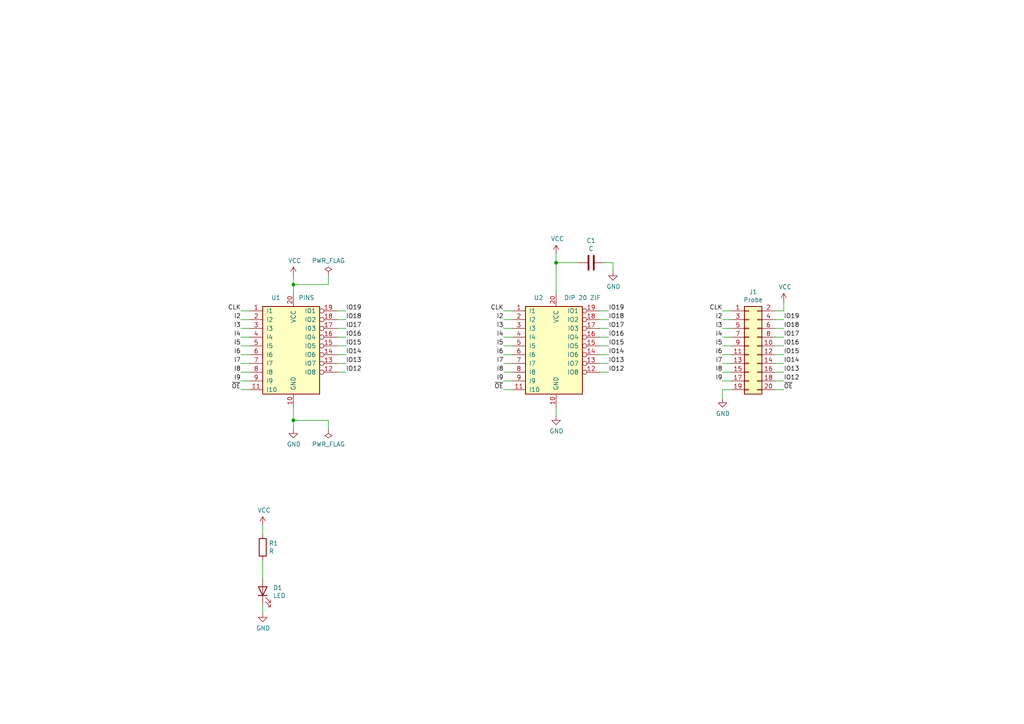
<source format=kicad_sch>
(kicad_sch (version 20230121) (generator eeschema)
  (paper "A4")
  (title_block (title "PAL16R LART") (date "2021-12-08") (rev "1.0") (company "Lostwave") (comment 1 "https://68kmla.org"))
  (lib_symbols
    (symbol "Connector_Generic:Conn_02x10_Odd_Even" (pin_names (offset 1.016) hide)
      (property "Reference" "J" (at 1.27 12.7 0))
      (property "Value" "Conn_02x10_Odd_Even" (at 1.27 -15.24 0))
      (symbol "Conn_02x10_Odd_Even_1_1"
        (rectangle (start -1.27 -12.573) (end 0 -12.827) (stroke (width 0.1524)))
        (rectangle (start -1.27 -10.033) (end 0 -10.287) (stroke (width 0.1524)))
        (rectangle (start -1.27 -7.493) (end 0 -7.747) (stroke (width 0.1524)))
        (rectangle (start -1.27 -4.953) (end 0 -5.207) (stroke (width 0.1524)))
        (rectangle (start -1.27 -2.413) (end 0 -2.667) (stroke (width 0.1524)))
        (rectangle (start -1.27 0.127) (end 0 -0.127) (stroke (width 0.1524)))
        (rectangle (start -1.27 2.667) (end 0 2.413) (stroke (width 0.1524)))
        (rectangle (start -1.27 5.207) (end 0 4.953) (stroke (width 0.1524)))
        (rectangle (start -1.27 7.747) (end 0 7.493) (stroke (width 0.1524)))
        (rectangle (start -1.27 10.287) (end 0 10.033) (stroke (width 0.1524)))
        (rectangle (start -1.27 11.43) (end 3.81 -13.97) (stroke (width 0.254)) (fill (type background)))
        (rectangle (start 3.81 -12.573) (end 2.54 -12.827) (stroke (width 0.1524)))
        (rectangle (start 3.81 -10.033) (end 2.54 -10.287) (stroke (width 0.1524)))
        (rectangle (start 3.81 -7.493) (end 2.54 -7.747) (stroke (width 0.1524)))
        (rectangle (start 3.81 -4.953) (end 2.54 -5.207) (stroke (width 0.1524)))
        (rectangle (start 3.81 -2.413) (end 2.54 -2.667) (stroke (width 0.1524)))
        (rectangle (start 3.81 0.127) (end 2.54 -0.127) (stroke (width 0.1524)))
        (rectangle (start 3.81 2.667) (end 2.54 2.413) (stroke (width 0.1524)))
        (rectangle (start 3.81 5.207) (end 2.54 4.953) (stroke (width 0.1524)))
        (rectangle (start 3.81 7.747) (end 2.54 7.493) (stroke (width 0.1524)))
        (rectangle (start 3.81 10.287) (end 2.54 10.033) (stroke (width 0.1524)))
        (pin passive line (at -5.08 10.16 0) (length 3.81) (name "Pin_1") (number "1"))
        (pin passive line (at 7.62 0 180) (length 3.81) (name "Pin_10") (number "10"))
        (pin passive line (at -5.08 -2.54 0) (length 3.81) (name "Pin_11") (number "11"))
        (pin passive line (at 7.62 -2.54 180) (length 3.81) (name "Pin_12") (number "12"))
        (pin passive line (at -5.08 -5.08 0) (length 3.81) (name "Pin_13") (number "13"))
        (pin passive line (at 7.62 -5.08 180) (length 3.81) (name "Pin_14") (number "14"))
        (pin passive line (at -5.08 -7.62 0) (length 3.81) (name "Pin_15") (number "15"))
        (pin passive line (at 7.62 -7.62 180) (length 3.81) (name "Pin_16") (number "16"))
        (pin passive line (at -5.08 -10.16 0) (length 3.81) (name "Pin_17") (number "17"))
        (pin passive line (at 7.62 -10.16 180) (length 3.81) (name "Pin_18") (number "18"))
        (pin passive line (at -5.08 -12.7 0) (length 3.81) (name "Pin_19") (number "19"))
        (pin passive line (at 7.62 10.16 180) (length 3.81) (name "Pin_2") (number "2"))
        (pin passive line (at 7.62 -12.7 180) (length 3.81) (name "Pin_20") (number "20"))
        (pin passive line (at -5.08 7.62 0) (length 3.81) (name "Pin_3") (number "3"))
        (pin passive line (at 7.62 7.62 180) (length 3.81) (name "Pin_4") (number "4"))
        (pin passive line (at -5.08 5.08 0) (length 3.81) (name "Pin_5") (number "5"))
        (pin passive line (at 7.62 5.08 180) (length 3.81) (name "Pin_6") (number "6"))
        (pin passive line (at -5.08 2.54 0) (length 3.81) (name "Pin_7") (number "7"))
        (pin passive line (at 7.62 2.54 180) (length 3.81) (name "Pin_8") (number "8"))
        (pin passive line (at -5.08 0 0) (length 3.81) (name "Pin_9") (number "9"))
      )
    )
    (symbol "Device:C" (pin_numbers hide) (pin_names (offset 0.254))
      (property "Reference" "C" (at 0.635 2.54 0))
      (property "Value" "C" (at 0.635 -2.54 0))
      (symbol "C_0_1"
        (polyline (pts (xy -2.032 -0.762) (xy 2.032 -0.762)) (stroke (width 0.508)))
        (polyline (pts (xy -2.032 0.762) (xy 2.032 0.762)) (stroke (width 0.508)))
      )
      (symbol "C_1_1"
        (pin passive line (at 0 3.81 270) (length 2.794) (name "~") (number "1"))
        (pin passive line (at 0 -3.81 90) (length 2.794) (name "~") (number "2"))
      )
    )
    (symbol "Device:LED" (pin_numbers hide) (pin_names (offset 1.016) hide)
      (property "Reference" "D" (at 0 2.54 0))
      (property "Value" "LED" (at 0 -2.54 0))
      (symbol "LED_0_1"
        (polyline (pts (xy -1.27 -1.27) (xy -1.27 1.27)) (stroke (width 0.254)))
        (polyline (pts (xy -1.27 0) (xy 1.27 0)))
        (polyline (pts (xy 1.27 -1.27) (xy 1.27 1.27) (xy -1.27 0) (xy 1.27 -1.27)) (stroke (width 0.254)))
        (polyline (pts (xy -3.048 -0.762) (xy -4.572 -2.286) (xy -3.81 -2.286) (xy -4.572 -2.286) (xy -4.572 -1.524)))
        (polyline (pts (xy -1.778 -0.762) (xy -3.302 -2.286) (xy -2.54 -2.286) (xy -3.302 -2.286) (xy -3.302 -1.524)))
      )
      (symbol "LED_1_1"
        (pin passive line (at -3.81 0 0) (length 2.54) (name "K") (number "1"))
        (pin passive line (at 3.81 0 180) (length 2.54) (name "A") (number "2"))
      )
    )
    (symbol "Device:R" (pin_numbers hide) (pin_names (offset 0))
      (property "Reference" "R" (at 2.032 0 90))
      (property "Value" "R" (at 0 0 90))
      (symbol "R_0_1"
        (rectangle (start -1.016 -2.54) (end 1.016 2.54) (stroke (width 0.254)))
      )
      (symbol "R_1_1"
        (pin passive line (at 0 3.81 270) (length 1.27) (name "~") (number "1"))
        (pin passive line (at 0 -3.81 90) (length 1.27) (name "~") (number "2"))
      )
    )
    (symbol "Logic_Programmable:PAL16L8" (pin_names (offset 1.016))
      (property "Reference" "U" (at -8.89 16.51 0))
      (property "Value" "PAL16L8" (at 1.27 16.51 0))
      (symbol "PAL16L8_0_0"
        (pin power_in line (at 0 -15.24 90) (length 3.81) (name "GND") (number "10"))
        (pin power_in line (at 0 17.78 270) (length 3.81) (name "VCC") (number "20"))
      )
      (symbol "PAL16L8_0_1"
        (rectangle (start -8.89 13.97) (end 7.62 -11.43) (stroke (width 0.254)) (fill (type background)))
      )
      (symbol "PAL16L8_1_1"
        (pin input line (at -12.7 12.7 0) (length 3.81) (name "I1") (number "1"))
        (pin input line (at -12.7 -10.16 0) (length 3.81) (name "I10") (number "11"))
        (pin tri_state inverted (at 12.7 -5.08 180) (length 5.08) (name "IO8") (number "12"))
        (pin tri_state inverted (at 12.7 -2.54 180) (length 5.08) (name "IO7") (number "13"))
        (pin tri_state inverted (at 12.7 0 180) (length 5.08) (name "IO6") (number "14"))
        (pin tri_state inverted (at 12.7 2.54 180) (length 5.08) (name "IO5") (number "15"))
        (pin tri_state inverted (at 12.7 5.08 180) (length 5.08) (name "IO4") (number "16"))
        (pin tri_state inverted (at 12.7 7.62 180) (length 5.08) (name "I03") (number "17"))
        (pin tri_state inverted (at 12.7 10.16 180) (length 5.08) (name "IO2") (number "18"))
        (pin tri_state inverted (at 12.7 12.7 180) (length 5.08) (name "IO1") (number "19"))
        (pin input line (at -12.7 10.16 0) (length 3.81) (name "I2") (number "2"))
        (pin input line (at -12.7 7.62 0) (length 3.81) (name "I3") (number "3"))
        (pin input line (at -12.7 5.08 0) (length 3.81) (name "I4") (number "4"))
        (pin input line (at -12.7 2.54 0) (length 3.81) (name "I5") (number "5"))
        (pin input line (at -12.7 0 0) (length 3.81) (name "I6") (number "6"))
        (pin input line (at -12.7 -2.54 0) (length 3.81) (name "I7") (number "7"))
        (pin input line (at -12.7 -5.08 0) (length 3.81) (name "I8") (number "8"))
        (pin input line (at -12.7 -7.62 0) (length 3.81) (name "I9") (number "9"))
      )
    )
    (symbol "power:GND" (power) (pin_names (offset 0))
      (property "Value" "GND" (at 0 -3.81 0))
      (symbol "GND_0_1"
        (polyline (pts (xy 0 0) (xy 0 -1.27) (xy 1.27 -1.27) (xy 0 -2.54) (xy -1.27 -1.27) (xy 0 -1.27)))
      )
      (symbol "GND_1_1"
        (pin power_in line (at 0 0 270) (length 0) hide (name "GND") (number "1"))
      )
    )
    (symbol "power:PWR_FLAG" (power) (pin_numbers hide) (pin_names (offset 0) hide)
      (property "Value" "PWR_FLAG" (at 0 3.81 0))
      (symbol "PWR_FLAG_0_0"
        (pin power_out line (at 0 0 90) (length 0) (name "pwr") (number "1"))
      )
      (symbol "PWR_FLAG_0_1"
        (polyline (pts (xy 0 0) (xy 0 1.27) (xy -1.016 1.905) (xy 0 2.54) (xy 1.016 1.905) (xy 0 1.27)))
      )
    )
    (symbol "power:VCC" (power) (pin_names (offset 0))
      (property "Value" "VCC" (at 0 3.81 0))
      (symbol "VCC_0_1"
        (polyline (pts (xy -0.762 1.27) (xy 0 2.54)))
        (polyline (pts (xy 0 0) (xy 0 2.54)))
        (polyline (pts (xy 0 2.54) (xy 0.762 1.27)))
      )
      (symbol "VCC_1_1"
        (pin power_in line (at 0 0 90) (length 0) hide (name "VCC") (number "1"))
      )
    )
  )
  (junction (at 85.09 82.55))
  (junction (at 161.29 76.2))
  (junction (at 85.09 121.92))
  (wire (pts (xy 161.29 76.2) (xy 161.29 85.09)))
  (wire (pts (xy 95.25 82.55) (xy 95.25 80.01)))
  (wire (pts (xy 69.85 105.41) (xy 72.39 105.41)))
  (wire (pts (xy 224.79 97.79) (xy 227.33 97.79)))
  (wire (pts (xy 227.33 90.17) (xy 224.79 90.17)))
  (wire (pts (xy 76.2 175.26) (xy 76.2 177.8)))
  (wire (pts (xy 69.85 113.03) (xy 72.39 113.03)))
  (wire (pts (xy 209.55 102.87) (xy 212.09 102.87)))
  (wire (pts (xy 85.09 121.92) (xy 85.09 118.11)))
  (wire (pts (xy 146.05 105.41) (xy 148.59 105.41)))
  (wire (pts (xy 161.29 76.2) (xy 161.29 73.66)))
  (wire (pts (xy 69.85 90.17) (xy 72.39 90.17)))
  (wire (pts (xy 224.79 110.49) (xy 227.33 110.49)))
  (wire (pts (xy 97.79 90.17) (xy 100.33 90.17)))
  (wire (pts (xy 209.55 100.33) (xy 212.09 100.33)))
  (wire (pts (xy 69.85 100.33) (xy 72.39 100.33)))
  (wire (pts (xy 97.79 105.41) (xy 100.33 105.41)))
  (wire (pts (xy 224.79 100.33) (xy 227.33 100.33)))
  (wire (pts (xy 85.09 82.55) (xy 95.25 82.55)))
  (wire (pts (xy 173.99 92.71) (xy 176.53 92.71)))
  (wire (pts (xy 97.79 92.71) (xy 100.33 92.71)))
  (wire (pts (xy 95.25 124.46) (xy 95.25 121.92)))
  (wire (pts (xy 224.79 92.71) (xy 227.33 92.71)))
  (wire (pts (xy 76.2 152.4) (xy 76.2 154.94)))
  (wire (pts (xy 69.85 92.71) (xy 72.39 92.71)))
  (wire (pts (xy 227.33 87.63) (xy 227.33 90.17)))
  (wire (pts (xy 224.79 107.95) (xy 227.33 107.95)))
  (wire (pts (xy 146.05 107.95) (xy 148.59 107.95)))
  (wire (pts (xy 173.99 107.95) (xy 176.53 107.95)))
  (wire (pts (xy 97.79 100.33) (xy 100.33 100.33)))
  (wire (pts (xy 146.05 100.33) (xy 148.59 100.33)))
  (wire (pts (xy 69.85 107.95) (xy 72.39 107.95)))
  (wire (pts (xy 173.99 95.25) (xy 176.53 95.25)))
  (wire (pts (xy 224.79 105.41) (xy 227.33 105.41)))
  (wire (pts (xy 224.79 95.25) (xy 227.33 95.25)))
  (wire (pts (xy 97.79 102.87) (xy 100.33 102.87)))
  (wire (pts (xy 146.05 102.87) (xy 148.59 102.87)))
  (wire (pts (xy 173.99 90.17) (xy 176.53 90.17)))
  (wire (pts (xy 209.55 97.79) (xy 212.09 97.79)))
  (wire (pts (xy 209.55 95.25) (xy 212.09 95.25)))
  (wire (pts (xy 173.99 100.33) (xy 176.53 100.33)))
  (wire (pts (xy 69.85 95.25) (xy 72.39 95.25)))
  (wire (pts (xy 209.55 107.95) (xy 212.09 107.95)))
  (wire (pts (xy 69.85 110.49) (xy 72.39 110.49)))
  (wire (pts (xy 146.05 92.71) (xy 148.59 92.71)))
  (wire (pts (xy 177.8 76.2) (xy 175.26 76.2)))
  (wire (pts (xy 76.2 162.56) (xy 76.2 167.64)))
  (wire (pts (xy 209.55 113.03) (xy 212.09 113.03)))
  (wire (pts (xy 173.99 97.79) (xy 176.53 97.79)))
  (wire (pts (xy 97.79 95.25) (xy 100.33 95.25)))
  (wire (pts (xy 209.55 110.49) (xy 212.09 110.49)))
  (wire (pts (xy 209.55 115.57) (xy 209.55 113.03)))
  (wire (pts (xy 224.79 102.87) (xy 227.33 102.87)))
  (wire (pts (xy 146.05 110.49) (xy 148.59 110.49)))
  (wire (pts (xy 146.05 97.79) (xy 148.59 97.79)))
  (wire (pts (xy 177.8 78.74) (xy 177.8 76.2)))
  (wire (pts (xy 85.09 85.09) (xy 85.09 82.55)))
  (wire (pts (xy 85.09 80.01) (xy 85.09 82.55)))
  (wire (pts (xy 146.05 95.25) (xy 148.59 95.25)))
  (wire (pts (xy 85.09 124.46) (xy 85.09 121.92)))
  (wire (pts (xy 224.79 113.03) (xy 227.33 113.03)))
  (wire (pts (xy 146.05 113.03) (xy 148.59 113.03)))
  (wire (pts (xy 161.29 120.65) (xy 161.29 118.11)))
  (wire (pts (xy 173.99 102.87) (xy 176.53 102.87)))
  (wire (pts (xy 69.85 102.87) (xy 72.39 102.87)))
  (wire (pts (xy 146.05 90.17) (xy 148.59 90.17)))
  (wire (pts (xy 69.85 97.79) (xy 72.39 97.79)))
  (wire (pts (xy 209.55 92.71) (xy 212.09 92.71)))
  (wire (pts (xy 209.55 105.41) (xy 212.09 105.41)))
  (wire (pts (xy 167.64 76.2) (xy 161.29 76.2)))
  (wire (pts (xy 209.55 90.17) (xy 212.09 90.17)))
  (wire (pts (xy 95.25 121.92) (xy 85.09 121.92)))
  (wire (pts (xy 173.99 105.41) (xy 176.53 105.41)))
  (wire (pts (xy 97.79 97.79) (xy 100.33 97.79)))
  (wire (pts (xy 97.79 107.95) (xy 100.33 107.95)))
  (label "IO15" (at 227.33 102.87 0))
  (label "IO16" (at 176.53 97.79 0))
  (label "IO13" (at 176.53 105.41 0))
  (label "I6" (at 209.55 102.87 180))
  (label "IO15" (at 100.33 100.33 0))
  (label "IO19" (at 100.33 90.17 0))
  (label "I2" (at 209.55 92.71 180))
  (label "I7" (at 209.55 105.41 180))
  (label "I2" (at 69.85 92.71 180))
  (label "IO13" (at 227.33 107.95 0))
  (label "IO13" (at 100.33 105.41 0))
  (label "I7" (at 146.05 105.41 180))
  (label "IO18" (at 227.33 95.25 0))
  (label "I3" (at 209.55 95.25 180))
  (label "IO18" (at 176.53 92.71 0))
  (label "CLK" (at 209.55 90.17 180))
  (label "I4" (at 146.05 97.79 180))
  (label "IO16" (at 227.33 100.33 0))
  (label "~{OE}" (at 146.05 113.03 180))
  (label "IO12" (at 176.53 107.95 0))
  (label "I8" (at 209.55 107.95 180))
  (label "IO19" (at 176.53 90.17 0))
  (label "~{OE}" (at 69.85 113.03 180))
  (label "IO15" (at 176.53 100.33 0))
  (label "~{OE}" (at 227.33 113.03 0))
  (label "I5" (at 69.85 100.33 180))
  (label "I5" (at 146.05 100.33 180))
  (label "I9" (at 209.55 110.49 180))
  (label "IO16" (at 100.33 97.79 0))
  (label "IO14" (at 227.33 105.41 0))
  (label "I5" (at 209.55 100.33 180))
  (label "IO19" (at 227.33 92.71 0))
  (label "IO18" (at 100.33 92.71 0))
  (label "IO14" (at 176.53 102.87 0))
  (label "I4" (at 69.85 97.79 180))
  (label "I6" (at 146.05 102.87 180))
  (label "IO14" (at 100.33 102.87 0))
  (label "I6" (at 69.85 102.87 180))
  (label "I7" (at 69.85 105.41 180))
  (label "IO17" (at 100.33 95.25 0))
  (label "I3" (at 146.05 95.25 180))
  (label "IO12" (at 227.33 110.49 0))
  (label "CLK" (at 69.85 90.17 180))
  (label "I9" (at 146.05 110.49 180))
  (label "CLK" (at 146.05 90.17 180))
  (label "I8" (at 69.85 107.95 180))
  (label "I8" (at 146.05 107.95 180))
  (label "IO17" (at 176.53 95.25 0))
  (label "I9" (at 69.85 110.49 180))
  (label "I4" (at 209.55 97.79 180))
  (label "IO17" (at 227.33 97.79 0))
  (label "I3" (at 69.85 95.25 180))
  (label "I2" (at 146.05 92.71 180))
  (label "IO12" (at 100.33 107.95 0))
  (symbol (lib_id "Logic_Programmable:PAL16L8") (at 85.09 102.87 0) (unit 1)
    (property "Reference" "U1" (at 80.01 86.36 0))
    (property "Value" "PINS" (at 88.9 86.36 0))
    (property "Footprint" "Package_DIP:DIP-20_W7.62mm" (effects hide))
  )
  (symbol (lib_id "Logic_Programmable:PAL16L8") (at 161.29 102.87 0) (unit 1)
    (property "Reference" "U2" (at 156.21 86.36 0))
    (property "Value" "DIP 20 ZIF" (at 168.91 86.36 0))
    (property "Footprint" "Socket:DIP_Socket-20_W4.3_W5.08_W7.62_W10.16_W10.9_3M_220-3342-00-0602J" (effects hide))
  )
  (symbol (lib_id "power:GND") (at 161.29 120.65 0) (unit 1)
    (property "Reference" "#PWR0101" (effects hide))
    (property "Value" "GND" (at 161.417 125.0442 0))
  )
  (symbol (lib_id "power:GND") (at 85.09 124.46 0) (unit 1)
    (property "Reference" "#PWR0102" (effects hide))
    (property "Value" "GND" (at 85.217 128.8542 0))
  )
  (symbol (lib_id "power:GND") (at 209.55 115.57 0) (unit 1)
    (property "Reference" "#PWR0103" (effects hide))
    (property "Value" "GND" (at 209.677 119.9642 0))
  )
  (symbol (lib_id "power:VCC") (at 227.33 87.63 0) (unit 1)
    (property "Reference" "#PWR0104" (effects hide))
    (property "Value" "VCC" (at 227.711 83.2358 0))
  )
  (symbol (lib_id "power:VCC") (at 85.09 80.01 0) (unit 1)
    (property "Reference" "#PWR0105" (effects hide))
    (property "Value" "VCC" (at 85.471 75.6158 0))
  )
  (symbol (lib_id "power:PWR_FLAG") (at 95.25 80.01 0) (unit 1)
    (property "Reference" "#FLG0101" (effects hide))
    (property "Value" "PWR_FLAG" (at 95.25 75.6158 0))
  )
  (symbol (lib_id "Device:C") (at 171.45 76.2 270) (unit 1)
    (property "Reference" "C1" (at 171.45 69.7992 90))
    (property "Value" "C" (at 171.45 72.1106 90))
    (property "Footprint" "Capacitor_THT:C_Disc_D4.3mm_W1.9mm_P5.00mm" (effects hide))
  )
  (symbol (lib_id "power:GND") (at 177.8 78.74 0) (unit 1)
    (property "Reference" "#PWR0106" (effects hide))
    (property "Value" "GND" (at 177.927 83.1342 0))
  )
  (symbol (lib_id "power:VCC") (at 161.29 73.66 0) (unit 1)
    (property "Reference" "#PWR0107" (effects hide))
    (property "Value" "VCC" (at 161.671 69.2658 0))
  )
  (symbol (lib_id "power:PWR_FLAG") (at 95.25 124.46 180) (unit 1)
    (property "Reference" "#FLG0102" (effects hide))
    (property "Value" "PWR_FLAG" (at 95.25 128.8542 0))
  )
  (symbol (lib_id "power:GND") (at 76.2 177.8 0) (unit 1)
    (property "Reference" "#PWR0108" (effects hide))
    (property "Value" "GND" (at 76.327 182.1942 0))
  )
  (symbol (lib_id "power:VCC") (at 76.2 152.4 0) (unit 1)
    (property "Reference" "#PWR0109" (effects hide))
    (property "Value" "VCC" (at 76.581 148.0058 0))
  )
  (symbol (lib_id "Device:R") (at 76.2 158.75 0) (unit 1)
    (property "Reference" "R1" (at 77.978 157.5816 0) (effects (justify left)))
    (property "Value" "R" (at 77.978 159.893 0) (effects (justify left)))
    (property "Footprint" "Resistor_THT:R_Axial_DIN0207_L6.3mm_D2.5mm_P7.62mm_Horizontal" (effects hide))
  )
  (symbol (lib_id "Device:LED") (at 76.2 171.45 90) (unit 1)
    (property "Reference" "D1" (at 79.1972 170.4594 90) (effects (justify right)))
    (property "Value" "LED" (at 79.1972 172.7708 90) (effects (justify right)))
    (property "Footprint" "LED_THT:LED_D3.0mm" (effects hide))
  )
  (symbol (lib_id "Connector_Generic:Conn_02x10_Odd_Even") (at 217.17 100.33 0) (unit 1)
    (property "Reference" "J1" (at 218.44 84.6582 0))
    (property "Value" "Probe" (at 218.44 86.9696 0))
    (property "Footprint" "Connector_PinHeader_2.54mm:PinHeader_2x10_P2.54mm_Vertical" (effects hide))
  )
)
</source>
